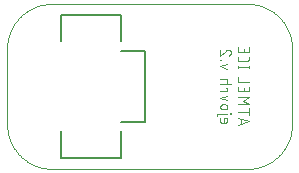
<source format=gbo>
G04 EAGLE Gerber RS-274X export*
G75*
%MOMM*%
%FSLAX35Y35*%
%LPD*%
%INsilk_bottom*%
%IPPOS*%
%AMOC8*
5,1,8,0,0,1.08239X$1,22.5*%
G01*
%ADD10C,0.000000*%
%ADD11C,0.076200*%
%ADD12C,0.127000*%


D10*
X0Y1016000D02*
X0Y381000D01*
X0Y1016000D02*
X111Y1025206D01*
X445Y1034407D01*
X1001Y1043598D01*
X1779Y1052772D01*
X2778Y1061924D01*
X3998Y1071050D01*
X5438Y1080144D01*
X7098Y1089200D01*
X8976Y1098214D01*
X11071Y1107179D01*
X13382Y1116092D01*
X15908Y1124945D01*
X18647Y1133735D01*
X21598Y1142457D01*
X24759Y1151104D01*
X28127Y1159673D01*
X31702Y1168158D01*
X35481Y1176554D01*
X39461Y1184856D01*
X43641Y1193060D01*
X48018Y1201160D01*
X52590Y1209152D01*
X57353Y1217031D01*
X62305Y1224793D01*
X67443Y1232433D01*
X72765Y1239946D01*
X78266Y1247329D01*
X83944Y1254577D01*
X89796Y1261685D01*
X95817Y1268650D01*
X102006Y1275467D01*
X108357Y1282133D01*
X114867Y1288643D01*
X121533Y1294994D01*
X128350Y1301183D01*
X135315Y1307204D01*
X142423Y1313056D01*
X149671Y1318734D01*
X157054Y1324235D01*
X164567Y1329557D01*
X172207Y1334695D01*
X179969Y1339647D01*
X187848Y1344410D01*
X195840Y1348982D01*
X203940Y1353359D01*
X212144Y1357539D01*
X220446Y1361519D01*
X228842Y1365298D01*
X237327Y1368873D01*
X245896Y1372241D01*
X254543Y1375402D01*
X263265Y1378353D01*
X272055Y1381092D01*
X280908Y1383618D01*
X289821Y1385929D01*
X298786Y1388024D01*
X307800Y1389902D01*
X316856Y1391562D01*
X325950Y1393002D01*
X335076Y1394222D01*
X344228Y1395221D01*
X353402Y1395999D01*
X362593Y1396555D01*
X371794Y1396889D01*
X381000Y1397000D01*
X0Y381000D02*
X111Y371794D01*
X445Y362593D01*
X1001Y353402D01*
X1779Y344228D01*
X2778Y335076D01*
X3998Y325950D01*
X5438Y316856D01*
X7098Y307800D01*
X8976Y298786D01*
X11071Y289821D01*
X13382Y280908D01*
X15908Y272055D01*
X18647Y263265D01*
X21598Y254543D01*
X24759Y245896D01*
X28127Y237327D01*
X31702Y228842D01*
X35481Y220446D01*
X39461Y212144D01*
X43641Y203940D01*
X48018Y195840D01*
X52590Y187848D01*
X57353Y179969D01*
X62305Y172207D01*
X67443Y164567D01*
X72765Y157054D01*
X78266Y149671D01*
X83944Y142423D01*
X89796Y135315D01*
X95817Y128350D01*
X102006Y121533D01*
X108357Y114867D01*
X114867Y108357D01*
X121533Y102006D01*
X128350Y95817D01*
X135315Y89796D01*
X142423Y83944D01*
X149671Y78266D01*
X157054Y72765D01*
X164567Y67443D01*
X172207Y62305D01*
X179969Y57353D01*
X187848Y52590D01*
X195840Y48018D01*
X203940Y43641D01*
X212144Y39461D01*
X220446Y35481D01*
X228842Y31702D01*
X237327Y28127D01*
X245896Y24759D01*
X254543Y21598D01*
X263265Y18647D01*
X272055Y15908D01*
X280908Y13382D01*
X289821Y11071D01*
X298786Y8976D01*
X307800Y7098D01*
X316856Y5438D01*
X325950Y3998D01*
X335076Y2778D01*
X344228Y1779D01*
X353402Y1001D01*
X362593Y445D01*
X371794Y111D01*
X381000Y0D01*
D11*
X1953810Y370819D02*
X2046190Y401612D01*
X1953810Y432406D01*
X1976905Y424707D02*
X1976905Y378517D01*
X1953810Y485612D02*
X2046190Y485612D01*
X2046190Y459951D02*
X2046190Y511273D01*
X2046190Y547818D02*
X1953810Y547818D01*
X1994868Y578612D02*
X2046190Y547818D01*
X1994868Y578612D02*
X2046190Y609405D01*
X1953810Y609405D01*
X1953810Y655124D02*
X1953810Y696182D01*
X1953810Y655124D02*
X2046190Y655124D01*
X2046190Y696182D01*
X2005132Y685917D02*
X2005132Y655124D01*
X2046190Y733124D02*
X1953810Y733124D01*
X1953810Y774181D01*
X1953810Y863611D02*
X2046190Y863611D01*
X1953810Y853347D02*
X1953810Y873875D01*
X2046190Y873875D02*
X2046190Y853347D01*
X1953810Y930223D02*
X1953810Y950752D01*
X1953810Y930223D02*
X1953816Y929727D01*
X1953834Y929231D01*
X1953864Y928736D01*
X1953906Y928242D01*
X1953960Y927749D01*
X1954025Y927257D01*
X1954103Y926767D01*
X1954192Y926279D01*
X1954294Y925793D01*
X1954407Y925310D01*
X1954531Y924830D01*
X1954667Y924353D01*
X1954815Y923879D01*
X1954974Y923409D01*
X1955144Y922943D01*
X1955326Y922482D01*
X1955518Y922024D01*
X1955722Y921572D01*
X1955936Y921125D01*
X1956161Y920683D01*
X1956397Y920246D01*
X1956644Y919816D01*
X1956900Y919391D01*
X1957167Y918973D01*
X1957444Y918561D01*
X1957731Y918156D01*
X1958027Y917759D01*
X1958333Y917368D01*
X1958648Y916985D01*
X1958973Y916610D01*
X1959306Y916242D01*
X1959648Y915883D01*
X1959999Y915532D01*
X1960358Y915190D01*
X1960726Y914857D01*
X1961101Y914532D01*
X1961484Y914217D01*
X1961875Y913911D01*
X1962272Y913615D01*
X1962677Y913328D01*
X1963089Y913051D01*
X1963507Y912784D01*
X1963932Y912528D01*
X1964362Y912281D01*
X1964799Y912045D01*
X1965241Y911820D01*
X1965688Y911606D01*
X1966140Y911402D01*
X1966598Y911210D01*
X1967059Y911028D01*
X1967525Y910858D01*
X1967995Y910699D01*
X1968469Y910551D01*
X1968946Y910415D01*
X1969426Y910291D01*
X1969909Y910178D01*
X1970395Y910076D01*
X1970883Y909987D01*
X1971373Y909909D01*
X1971865Y909844D01*
X1972358Y909790D01*
X1972852Y909748D01*
X1973347Y909718D01*
X1973843Y909700D01*
X1974339Y909694D01*
X1974339Y909695D02*
X2025661Y909695D01*
X2026165Y909701D01*
X2026668Y909720D01*
X2027171Y909751D01*
X2027673Y909794D01*
X2028174Y909849D01*
X2028673Y909917D01*
X2029171Y909997D01*
X2029666Y910089D01*
X2030159Y910194D01*
X2030649Y910310D01*
X2031136Y910439D01*
X2031620Y910579D01*
X2032101Y910731D01*
X2032577Y910895D01*
X2033049Y911071D01*
X2033517Y911258D01*
X2033980Y911456D01*
X2034438Y911666D01*
X2034891Y911887D01*
X2035338Y912119D01*
X2035780Y912362D01*
X2036215Y912616D01*
X2036644Y912880D01*
X2037066Y913155D01*
X2037482Y913440D01*
X2037890Y913735D01*
X2038291Y914040D01*
X2038684Y914355D01*
X2039070Y914679D01*
X2039447Y915013D01*
X2039816Y915356D01*
X2040177Y915708D01*
X2040529Y916068D01*
X2040872Y916437D01*
X2041206Y916815D01*
X2041530Y917200D01*
X2041845Y917594D01*
X2042150Y917995D01*
X2042445Y918403D01*
X2042730Y918819D01*
X2043005Y919241D01*
X2043269Y919670D01*
X2043523Y920105D01*
X2043766Y920547D01*
X2043998Y920994D01*
X2044219Y921447D01*
X2044429Y921905D01*
X2044627Y922368D01*
X2044814Y922835D01*
X2044990Y923308D01*
X2045154Y923784D01*
X2045306Y924265D01*
X2045446Y924748D01*
X2045575Y925236D01*
X2045691Y925726D01*
X2045795Y926219D01*
X2045888Y926714D01*
X2045968Y927211D01*
X2046036Y927711D01*
X2046091Y928212D01*
X2046134Y928713D01*
X2046165Y929216D01*
X2046184Y929720D01*
X2046190Y930224D01*
X2046190Y930223D02*
X2046190Y950752D01*
X1953810Y988123D02*
X1953810Y1029181D01*
X1953810Y988123D02*
X2046190Y988123D01*
X2046190Y1029181D01*
X2005132Y1018916D02*
X2005132Y988123D01*
X1803810Y431463D02*
X1803810Y405802D01*
X1803814Y405430D01*
X1803828Y405058D01*
X1803850Y404687D01*
X1803882Y404316D01*
X1803922Y403946D01*
X1803972Y403577D01*
X1804030Y403210D01*
X1804097Y402844D01*
X1804173Y402480D01*
X1804257Y402117D01*
X1804351Y401757D01*
X1804453Y401399D01*
X1804564Y401044D01*
X1804683Y400692D01*
X1804811Y400342D01*
X1804947Y399996D01*
X1805091Y399653D01*
X1805244Y399314D01*
X1805405Y398978D01*
X1805574Y398647D01*
X1805751Y398319D01*
X1805935Y397996D01*
X1806128Y397678D01*
X1806328Y397364D01*
X1806536Y397056D01*
X1806751Y396752D01*
X1806973Y396454D01*
X1807202Y396161D01*
X1807439Y395873D01*
X1807682Y395592D01*
X1807932Y395316D01*
X1808189Y395047D01*
X1808452Y394784D01*
X1808721Y394527D01*
X1808997Y394277D01*
X1809278Y394034D01*
X1809566Y393797D01*
X1809859Y393568D01*
X1810157Y393346D01*
X1810461Y393131D01*
X1810769Y392923D01*
X1811083Y392723D01*
X1811401Y392530D01*
X1811724Y392346D01*
X1812052Y392169D01*
X1812383Y392000D01*
X1812719Y391839D01*
X1813058Y391686D01*
X1813401Y391542D01*
X1813747Y391406D01*
X1814097Y391278D01*
X1814449Y391159D01*
X1814804Y391048D01*
X1815162Y390946D01*
X1815522Y390852D01*
X1815885Y390768D01*
X1816249Y390692D01*
X1816615Y390625D01*
X1816982Y390567D01*
X1817351Y390517D01*
X1817721Y390477D01*
X1818092Y390445D01*
X1818463Y390423D01*
X1818835Y390409D01*
X1819207Y390405D01*
X1819207Y390406D02*
X1844868Y390406D01*
X1844868Y390405D02*
X1845368Y390411D01*
X1845868Y390429D01*
X1846367Y390460D01*
X1846865Y390502D01*
X1847362Y390557D01*
X1847857Y390624D01*
X1848351Y390703D01*
X1848842Y390793D01*
X1849332Y390896D01*
X1849818Y391011D01*
X1850302Y391137D01*
X1850782Y391275D01*
X1851259Y391425D01*
X1851733Y391587D01*
X1852202Y391760D01*
X1852666Y391944D01*
X1853126Y392139D01*
X1853582Y392346D01*
X1854032Y392564D01*
X1854476Y392792D01*
X1854915Y393032D01*
X1855348Y393282D01*
X1855775Y393542D01*
X1856195Y393813D01*
X1856609Y394094D01*
X1857015Y394385D01*
X1857415Y394685D01*
X1857807Y394996D01*
X1858191Y395316D01*
X1858567Y395645D01*
X1858936Y395983D01*
X1859296Y396330D01*
X1859647Y396685D01*
X1859989Y397049D01*
X1860323Y397422D01*
X1860648Y397802D01*
X1860963Y398190D01*
X1861268Y398586D01*
X1861564Y398989D01*
X1861850Y399399D01*
X1862126Y399816D01*
X1862391Y400240D01*
X1862647Y400670D01*
X1862891Y401105D01*
X1863125Y401547D01*
X1863348Y401995D01*
X1863561Y402447D01*
X1863762Y402905D01*
X1863952Y403367D01*
X1864130Y403834D01*
X1864297Y404306D01*
X1864453Y404781D01*
X1864597Y405259D01*
X1864729Y405742D01*
X1864850Y406227D01*
X1864959Y406715D01*
X1865056Y407205D01*
X1865140Y407698D01*
X1865213Y408192D01*
X1865274Y408689D01*
X1865322Y409186D01*
X1865359Y409685D01*
X1865383Y410184D01*
X1865395Y410684D01*
X1865395Y411184D01*
X1865383Y411684D01*
X1865359Y412183D01*
X1865322Y412682D01*
X1865274Y413179D01*
X1865213Y413676D01*
X1865140Y414170D01*
X1865056Y414663D01*
X1864959Y415153D01*
X1864850Y415641D01*
X1864729Y416126D01*
X1864597Y416609D01*
X1864453Y417087D01*
X1864297Y417562D01*
X1864130Y418034D01*
X1863952Y418501D01*
X1863762Y418963D01*
X1863561Y419421D01*
X1863348Y419873D01*
X1863125Y420321D01*
X1862891Y420763D01*
X1862647Y421199D01*
X1862391Y421628D01*
X1862126Y422052D01*
X1861850Y422469D01*
X1861564Y422879D01*
X1861268Y423282D01*
X1860963Y423678D01*
X1860648Y424066D01*
X1860323Y424446D01*
X1859989Y424819D01*
X1859647Y425183D01*
X1859296Y425538D01*
X1858936Y425885D01*
X1858567Y426223D01*
X1858191Y426552D01*
X1857807Y426872D01*
X1857415Y427183D01*
X1857015Y427483D01*
X1856609Y427774D01*
X1856195Y428055D01*
X1855775Y428326D01*
X1855348Y428586D01*
X1854915Y428836D01*
X1854476Y429076D01*
X1854032Y429304D01*
X1853582Y429522D01*
X1853126Y429729D01*
X1852666Y429924D01*
X1852202Y430108D01*
X1851733Y430281D01*
X1851259Y430443D01*
X1850782Y430593D01*
X1850302Y430731D01*
X1849818Y430857D01*
X1849332Y430972D01*
X1848842Y431075D01*
X1848351Y431165D01*
X1847857Y431244D01*
X1847362Y431311D01*
X1846865Y431366D01*
X1846367Y431408D01*
X1845868Y431439D01*
X1845368Y431457D01*
X1844868Y431463D01*
X1834603Y431463D01*
X1834603Y390406D01*
X1865397Y466416D02*
X1788413Y466416D01*
X1788035Y466411D01*
X1787658Y466397D01*
X1787280Y466374D01*
X1786904Y466342D01*
X1786528Y466300D01*
X1786154Y466249D01*
X1785781Y466189D01*
X1785409Y466120D01*
X1785040Y466042D01*
X1784672Y465955D01*
X1784306Y465858D01*
X1783944Y465753D01*
X1783583Y465639D01*
X1783226Y465516D01*
X1782872Y465384D01*
X1782521Y465244D01*
X1782174Y465095D01*
X1781830Y464938D01*
X1781490Y464772D01*
X1781155Y464598D01*
X1780824Y464416D01*
X1780497Y464226D01*
X1780176Y464027D01*
X1779859Y463821D01*
X1779547Y463607D01*
X1779241Y463386D01*
X1778940Y463157D01*
X1778645Y462921D01*
X1778356Y462678D01*
X1778073Y462428D01*
X1777796Y462170D01*
X1777526Y461906D01*
X1777262Y461636D01*
X1777005Y461359D01*
X1776754Y461076D01*
X1776511Y460787D01*
X1776275Y460492D01*
X1776046Y460191D01*
X1775825Y459885D01*
X1775611Y459573D01*
X1775405Y459257D01*
X1775207Y458935D01*
X1775016Y458608D01*
X1774834Y458277D01*
X1774660Y457942D01*
X1774494Y457602D01*
X1774337Y457259D01*
X1774188Y456911D01*
X1774048Y456561D01*
X1773916Y456206D01*
X1773793Y455849D01*
X1773679Y455489D01*
X1773574Y455126D01*
X1773477Y454760D01*
X1773390Y454393D01*
X1773312Y454023D01*
X1773243Y453652D01*
X1773183Y453278D01*
X1773132Y452904D01*
X1773090Y452528D01*
X1773058Y452152D01*
X1773035Y451775D01*
X1773021Y451397D01*
X1773016Y451019D01*
X1773017Y451019D02*
X1773017Y445887D01*
X1891058Y463849D02*
X1896190Y463849D01*
X1896190Y468982D01*
X1891058Y468982D01*
X1891058Y463849D01*
X1844868Y504406D02*
X1824339Y504406D01*
X1844868Y504405D02*
X1845368Y504411D01*
X1845868Y504429D01*
X1846367Y504460D01*
X1846865Y504502D01*
X1847362Y504557D01*
X1847857Y504624D01*
X1848351Y504703D01*
X1848842Y504793D01*
X1849332Y504896D01*
X1849818Y505011D01*
X1850302Y505137D01*
X1850782Y505275D01*
X1851259Y505425D01*
X1851733Y505587D01*
X1852202Y505760D01*
X1852666Y505944D01*
X1853126Y506139D01*
X1853582Y506346D01*
X1854032Y506564D01*
X1854476Y506792D01*
X1854915Y507032D01*
X1855348Y507282D01*
X1855775Y507542D01*
X1856195Y507813D01*
X1856609Y508094D01*
X1857015Y508385D01*
X1857415Y508685D01*
X1857807Y508996D01*
X1858191Y509316D01*
X1858567Y509645D01*
X1858936Y509983D01*
X1859296Y510330D01*
X1859647Y510685D01*
X1859989Y511049D01*
X1860323Y511422D01*
X1860648Y511802D01*
X1860963Y512190D01*
X1861268Y512586D01*
X1861564Y512989D01*
X1861850Y513399D01*
X1862126Y513816D01*
X1862391Y514240D01*
X1862647Y514670D01*
X1862891Y515105D01*
X1863125Y515547D01*
X1863348Y515995D01*
X1863561Y516447D01*
X1863762Y516905D01*
X1863952Y517367D01*
X1864130Y517834D01*
X1864297Y518306D01*
X1864453Y518781D01*
X1864597Y519259D01*
X1864729Y519742D01*
X1864850Y520227D01*
X1864959Y520715D01*
X1865056Y521205D01*
X1865140Y521698D01*
X1865213Y522192D01*
X1865274Y522689D01*
X1865322Y523186D01*
X1865359Y523685D01*
X1865383Y524184D01*
X1865395Y524684D01*
X1865395Y525184D01*
X1865383Y525684D01*
X1865359Y526183D01*
X1865322Y526682D01*
X1865274Y527179D01*
X1865213Y527676D01*
X1865140Y528170D01*
X1865056Y528663D01*
X1864959Y529153D01*
X1864850Y529641D01*
X1864729Y530126D01*
X1864597Y530609D01*
X1864453Y531087D01*
X1864297Y531562D01*
X1864130Y532034D01*
X1863952Y532501D01*
X1863762Y532963D01*
X1863561Y533421D01*
X1863348Y533873D01*
X1863125Y534321D01*
X1862891Y534763D01*
X1862647Y535199D01*
X1862391Y535628D01*
X1862126Y536052D01*
X1861850Y536469D01*
X1861564Y536879D01*
X1861268Y537282D01*
X1860963Y537678D01*
X1860648Y538066D01*
X1860323Y538446D01*
X1859989Y538819D01*
X1859647Y539183D01*
X1859296Y539538D01*
X1858936Y539885D01*
X1858567Y540223D01*
X1858191Y540552D01*
X1857807Y540872D01*
X1857415Y541183D01*
X1857015Y541483D01*
X1856609Y541774D01*
X1856195Y542055D01*
X1855775Y542326D01*
X1855348Y542586D01*
X1854915Y542836D01*
X1854476Y543076D01*
X1854032Y543304D01*
X1853582Y543522D01*
X1853126Y543729D01*
X1852666Y543924D01*
X1852202Y544108D01*
X1851733Y544281D01*
X1851259Y544443D01*
X1850782Y544593D01*
X1850302Y544731D01*
X1849818Y544857D01*
X1849332Y544972D01*
X1848842Y545075D01*
X1848351Y545165D01*
X1847857Y545244D01*
X1847362Y545311D01*
X1846865Y545366D01*
X1846367Y545408D01*
X1845868Y545439D01*
X1845368Y545457D01*
X1844868Y545463D01*
X1824339Y545463D01*
X1823839Y545457D01*
X1823339Y545439D01*
X1822840Y545408D01*
X1822342Y545366D01*
X1821845Y545311D01*
X1821350Y545244D01*
X1820856Y545165D01*
X1820365Y545075D01*
X1819875Y544972D01*
X1819389Y544857D01*
X1818905Y544731D01*
X1818425Y544593D01*
X1817948Y544443D01*
X1817474Y544281D01*
X1817005Y544108D01*
X1816541Y543924D01*
X1816081Y543729D01*
X1815625Y543522D01*
X1815175Y543304D01*
X1814731Y543076D01*
X1814292Y542836D01*
X1813859Y542586D01*
X1813432Y542326D01*
X1813012Y542055D01*
X1812598Y541774D01*
X1812192Y541483D01*
X1811792Y541183D01*
X1811400Y540872D01*
X1811016Y540552D01*
X1810640Y540223D01*
X1810271Y539885D01*
X1809911Y539538D01*
X1809560Y539183D01*
X1809218Y538819D01*
X1808884Y538446D01*
X1808559Y538066D01*
X1808244Y537678D01*
X1807939Y537282D01*
X1807643Y536879D01*
X1807357Y536469D01*
X1807081Y536052D01*
X1806816Y535628D01*
X1806560Y535199D01*
X1806316Y534763D01*
X1806082Y534321D01*
X1805859Y533873D01*
X1805646Y533421D01*
X1805445Y532963D01*
X1805255Y532501D01*
X1805077Y532034D01*
X1804910Y531562D01*
X1804754Y531087D01*
X1804610Y530609D01*
X1804478Y530126D01*
X1804357Y529641D01*
X1804248Y529153D01*
X1804151Y528663D01*
X1804067Y528170D01*
X1803994Y527676D01*
X1803933Y527179D01*
X1803885Y526682D01*
X1803848Y526183D01*
X1803824Y525684D01*
X1803812Y525184D01*
X1803812Y524684D01*
X1803824Y524184D01*
X1803848Y523685D01*
X1803885Y523186D01*
X1803933Y522689D01*
X1803994Y522192D01*
X1804067Y521698D01*
X1804151Y521205D01*
X1804248Y520715D01*
X1804357Y520227D01*
X1804478Y519742D01*
X1804610Y519259D01*
X1804754Y518781D01*
X1804910Y518306D01*
X1805077Y517834D01*
X1805255Y517367D01*
X1805445Y516905D01*
X1805646Y516447D01*
X1805859Y515995D01*
X1806082Y515547D01*
X1806316Y515105D01*
X1806560Y514669D01*
X1806816Y514240D01*
X1807081Y513816D01*
X1807357Y513399D01*
X1807643Y512989D01*
X1807939Y512586D01*
X1808244Y512190D01*
X1808559Y511802D01*
X1808884Y511422D01*
X1809218Y511049D01*
X1809560Y510685D01*
X1809911Y510330D01*
X1810271Y509983D01*
X1810640Y509645D01*
X1811016Y509316D01*
X1811400Y508996D01*
X1811792Y508685D01*
X1812192Y508385D01*
X1812598Y508094D01*
X1813012Y507813D01*
X1813432Y507542D01*
X1813859Y507282D01*
X1814292Y507032D01*
X1814731Y506792D01*
X1815175Y506564D01*
X1815625Y506346D01*
X1816081Y506139D01*
X1816541Y505944D01*
X1817005Y505760D01*
X1817474Y505587D01*
X1817948Y505425D01*
X1818425Y505275D01*
X1818905Y505137D01*
X1819389Y505011D01*
X1819875Y504896D01*
X1820365Y504793D01*
X1820856Y504703D01*
X1821350Y504624D01*
X1821845Y504557D01*
X1822342Y504502D01*
X1822840Y504460D01*
X1823339Y504429D01*
X1823839Y504411D01*
X1824339Y504405D01*
X1865397Y579406D02*
X1803810Y599934D01*
X1865397Y620463D01*
X1865397Y657916D02*
X1803810Y657916D01*
X1865397Y657916D02*
X1865397Y688709D01*
X1855132Y688709D01*
X1896190Y720405D02*
X1803810Y720405D01*
X1865397Y720405D02*
X1865397Y746066D01*
X1865393Y746438D01*
X1865379Y746810D01*
X1865357Y747181D01*
X1865325Y747552D01*
X1865285Y747922D01*
X1865235Y748291D01*
X1865177Y748658D01*
X1865110Y749024D01*
X1865034Y749388D01*
X1864950Y749751D01*
X1864856Y750111D01*
X1864754Y750469D01*
X1864643Y750824D01*
X1864524Y751176D01*
X1864396Y751526D01*
X1864260Y751872D01*
X1864116Y752215D01*
X1863963Y752554D01*
X1863802Y752890D01*
X1863633Y753221D01*
X1863456Y753549D01*
X1863272Y753872D01*
X1863079Y754190D01*
X1862879Y754504D01*
X1862671Y754812D01*
X1862456Y755116D01*
X1862234Y755414D01*
X1862005Y755707D01*
X1861768Y755995D01*
X1861525Y756276D01*
X1861275Y756552D01*
X1861018Y756821D01*
X1860755Y757084D01*
X1860486Y757341D01*
X1860210Y757591D01*
X1859929Y757834D01*
X1859641Y758071D01*
X1859348Y758300D01*
X1859050Y758522D01*
X1858746Y758737D01*
X1858438Y758945D01*
X1858124Y759145D01*
X1857806Y759338D01*
X1857483Y759522D01*
X1857155Y759699D01*
X1856824Y759868D01*
X1856488Y760029D01*
X1856149Y760182D01*
X1855806Y760326D01*
X1855460Y760462D01*
X1855110Y760590D01*
X1854758Y760709D01*
X1854403Y760820D01*
X1854045Y760922D01*
X1853685Y761016D01*
X1853322Y761100D01*
X1852958Y761176D01*
X1852592Y761243D01*
X1852225Y761301D01*
X1851856Y761351D01*
X1851486Y761391D01*
X1851115Y761423D01*
X1850744Y761445D01*
X1850372Y761459D01*
X1850000Y761463D01*
X1803810Y761463D01*
X1865397Y846405D02*
X1803810Y866934D01*
X1865397Y887463D01*
X1808942Y918368D02*
X1803810Y918368D01*
X1808942Y918368D02*
X1808942Y923500D01*
X1803810Y923500D01*
X1803810Y918368D01*
X1873095Y1009594D02*
X1873662Y1009587D01*
X1874228Y1009566D01*
X1874794Y1009531D01*
X1875359Y1009483D01*
X1875922Y1009420D01*
X1876484Y1009344D01*
X1877043Y1009254D01*
X1877601Y1009150D01*
X1878155Y1009033D01*
X1878707Y1008902D01*
X1879255Y1008757D01*
X1879799Y1008600D01*
X1880339Y1008428D01*
X1880875Y1008244D01*
X1881407Y1008046D01*
X1881933Y1007836D01*
X1882454Y1007613D01*
X1882969Y1007377D01*
X1883479Y1007128D01*
X1883982Y1006867D01*
X1884478Y1006594D01*
X1884968Y1006308D01*
X1885451Y1006011D01*
X1885926Y1005702D01*
X1886393Y1005381D01*
X1886853Y1005049D01*
X1887304Y1004706D01*
X1887746Y1004352D01*
X1888180Y1003987D01*
X1888605Y1003611D01*
X1889020Y1003226D01*
X1889426Y1002830D01*
X1889821Y1002424D01*
X1890207Y1002009D01*
X1890583Y1001584D01*
X1890948Y1001150D01*
X1891302Y1000708D01*
X1891645Y1000257D01*
X1891977Y999797D01*
X1892298Y999330D01*
X1892607Y998855D01*
X1892904Y998372D01*
X1893190Y997883D01*
X1893463Y997386D01*
X1893724Y996883D01*
X1893973Y996374D01*
X1894209Y995858D01*
X1894432Y995337D01*
X1894642Y994811D01*
X1894840Y994280D01*
X1895024Y993744D01*
X1895195Y993203D01*
X1895353Y992659D01*
X1895498Y992111D01*
X1895629Y991559D01*
X1895746Y991005D01*
X1895850Y990448D01*
X1895940Y989888D01*
X1896016Y989326D01*
X1896079Y988763D01*
X1896127Y988198D01*
X1896162Y987633D01*
X1896183Y987066D01*
X1896190Y986499D01*
X1896181Y985782D01*
X1896155Y985065D01*
X1896112Y984348D01*
X1896051Y983634D01*
X1895973Y982920D01*
X1895878Y982209D01*
X1895766Y981500D01*
X1895636Y980795D01*
X1895490Y980092D01*
X1895327Y979393D01*
X1895146Y978699D01*
X1894949Y978009D01*
X1894736Y977324D01*
X1894506Y976644D01*
X1894259Y975970D01*
X1893996Y975303D01*
X1893718Y974641D01*
X1893423Y973987D01*
X1893112Y973340D01*
X1892786Y972701D01*
X1892445Y972070D01*
X1892089Y971447D01*
X1891717Y970833D01*
X1891331Y970229D01*
X1890930Y969633D01*
X1890515Y969048D01*
X1890086Y968473D01*
X1889643Y967908D01*
X1889187Y967354D01*
X1888717Y966812D01*
X1888235Y966281D01*
X1887740Y965762D01*
X1887232Y965255D01*
X1886712Y964760D01*
X1886180Y964278D01*
X1885637Y963809D01*
X1885083Y963353D01*
X1884518Y962911D01*
X1883942Y962483D01*
X1883356Y962069D01*
X1882761Y961669D01*
X1882155Y961283D01*
X1881541Y960912D01*
X1880918Y960557D01*
X1880286Y960216D01*
X1879647Y959891D01*
X1878999Y959581D01*
X1878345Y959287D01*
X1877683Y959009D01*
X1877015Y958747D01*
X1876341Y958502D01*
X1875661Y958272D01*
X1855132Y1001897D02*
X1855558Y1002332D01*
X1855993Y1002757D01*
X1856439Y1003171D01*
X1856895Y1003575D01*
X1857361Y1003966D01*
X1857836Y1004347D01*
X1858321Y1004715D01*
X1858814Y1005072D01*
X1859316Y1005416D01*
X1859826Y1005748D01*
X1860345Y1006067D01*
X1860871Y1006374D01*
X1861404Y1006667D01*
X1861944Y1006947D01*
X1862491Y1007214D01*
X1863045Y1007468D01*
X1863604Y1007707D01*
X1864169Y1007933D01*
X1864740Y1008146D01*
X1865315Y1008343D01*
X1865896Y1008527D01*
X1866480Y1008697D01*
X1867069Y1008852D01*
X1867661Y1008993D01*
X1868257Y1009119D01*
X1868855Y1009230D01*
X1869456Y1009327D01*
X1870059Y1009409D01*
X1870664Y1009476D01*
X1871271Y1009528D01*
X1871878Y1009565D01*
X1872486Y1009588D01*
X1873095Y1009595D01*
X1855132Y1001896D02*
X1803810Y958273D01*
X1803810Y1009595D01*
D10*
X2413000Y1016000D02*
X2413000Y381000D01*
X2412889Y371794D01*
X2412555Y362593D01*
X2411999Y353402D01*
X2411221Y344228D01*
X2410222Y335076D01*
X2409002Y325950D01*
X2407562Y316856D01*
X2405902Y307800D01*
X2404024Y298786D01*
X2401929Y289821D01*
X2399618Y280908D01*
X2397092Y272055D01*
X2394353Y263265D01*
X2391402Y254543D01*
X2388241Y245896D01*
X2384873Y237327D01*
X2381298Y228842D01*
X2377519Y220446D01*
X2373539Y212144D01*
X2369359Y203940D01*
X2364982Y195840D01*
X2360410Y187848D01*
X2355647Y179969D01*
X2350695Y172207D01*
X2345557Y164567D01*
X2340235Y157054D01*
X2334734Y149671D01*
X2329056Y142423D01*
X2323204Y135315D01*
X2317183Y128350D01*
X2310994Y121533D01*
X2304643Y114867D01*
X2298133Y108357D01*
X2291467Y102006D01*
X2284650Y95817D01*
X2277685Y89796D01*
X2270577Y83944D01*
X2263329Y78266D01*
X2255946Y72765D01*
X2248433Y67443D01*
X2240793Y62305D01*
X2233031Y57353D01*
X2225152Y52590D01*
X2217160Y48018D01*
X2209060Y43641D01*
X2200856Y39461D01*
X2192554Y35481D01*
X2184158Y31702D01*
X2175673Y28127D01*
X2167104Y24759D01*
X2158457Y21598D01*
X2149735Y18647D01*
X2140945Y15908D01*
X2132092Y13382D01*
X2123179Y11071D01*
X2114214Y8976D01*
X2105200Y7098D01*
X2096144Y5438D01*
X2087050Y3998D01*
X2077924Y2778D01*
X2068772Y1779D01*
X2059598Y1001D01*
X2050407Y445D01*
X2041206Y111D01*
X2032000Y0D01*
X2413000Y1016000D02*
X2412889Y1025206D01*
X2412555Y1034407D01*
X2411999Y1043598D01*
X2411221Y1052772D01*
X2410222Y1061924D01*
X2409002Y1071050D01*
X2407562Y1080144D01*
X2405902Y1089200D01*
X2404024Y1098214D01*
X2401929Y1107179D01*
X2399618Y1116092D01*
X2397092Y1124945D01*
X2394353Y1133735D01*
X2391402Y1142457D01*
X2388241Y1151104D01*
X2384873Y1159673D01*
X2381298Y1168158D01*
X2377519Y1176554D01*
X2373539Y1184856D01*
X2369359Y1193060D01*
X2364982Y1201160D01*
X2360410Y1209152D01*
X2355647Y1217031D01*
X2350695Y1224793D01*
X2345557Y1232433D01*
X2340235Y1239946D01*
X2334734Y1247329D01*
X2329056Y1254577D01*
X2323204Y1261685D01*
X2317183Y1268650D01*
X2310994Y1275467D01*
X2304643Y1282133D01*
X2298133Y1288643D01*
X2291467Y1294994D01*
X2284650Y1301183D01*
X2277685Y1307204D01*
X2270577Y1313056D01*
X2263329Y1318734D01*
X2255946Y1324235D01*
X2248433Y1329557D01*
X2240793Y1334695D01*
X2233031Y1339647D01*
X2225152Y1344410D01*
X2217160Y1348982D01*
X2209060Y1353359D01*
X2200856Y1357539D01*
X2192554Y1361519D01*
X2184158Y1365298D01*
X2175673Y1368873D01*
X2167104Y1372241D01*
X2158457Y1375402D01*
X2149735Y1378353D01*
X2140945Y1381092D01*
X2132092Y1383618D01*
X2123179Y1385929D01*
X2114214Y1388024D01*
X2105200Y1389902D01*
X2096144Y1391562D01*
X2087050Y1393002D01*
X2077924Y1394222D01*
X2068772Y1395221D01*
X2059598Y1395999D01*
X2050407Y1396555D01*
X2041206Y1396889D01*
X2032000Y1397000D01*
X381000Y1397000D01*
X381000Y0D02*
X2032000Y0D01*
D12*
X1171000Y398500D02*
X1171000Y998500D01*
X1171000Y398500D02*
X960000Y398500D01*
X960000Y998500D02*
X1171000Y998500D01*
X458000Y1079500D02*
X458000Y1306500D01*
X966000Y1306500D01*
X966000Y1079500D01*
X458000Y317500D02*
X458000Y90500D01*
X966000Y90500D01*
X966000Y317500D01*
M02*

</source>
